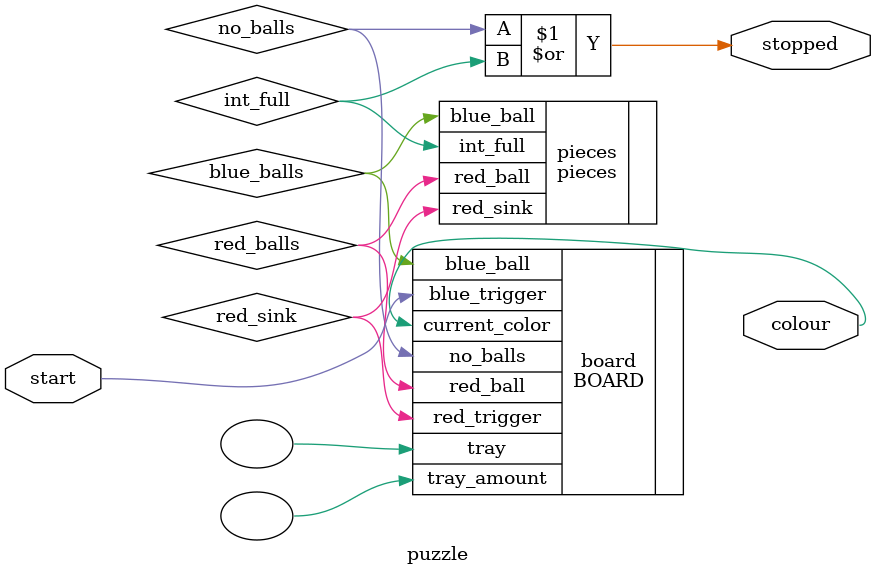
<source format=v>
`include "turingtumble/board.v"
`include "19_entanglement/pieces.v"

module puzzle
#(parameter A_INIT = 0,
  parameter B_INIT = 0)
(
    input start,
    output stopped,
    output colour
);

    // The top
    wire blue_balls, red_balls;
    // the bottom
    wire red_sink;

    wire no_balls;

    // our board definition
    BOARD board(
        .blue_trigger(start), // We have no blue sink in this design
        .red_trigger(red_sink),
        .blue_ball(blue_balls),
        .red_ball(red_balls),
        .no_balls(no_balls),
        .current_color(colour),
        .tray(),
        .tray_amount());

    wire int_full;

    pieces #(.A_INIT(A_INIT), .B_INIT(B_INIT)) 
    pieces(
        .blue_ball(blue_balls),
        .red_ball(red_balls),
        .red_sink(red_sink),
        .int_full(int_full)
    );

    assign #1 stopped = no_balls | int_full;

endmodule

</source>
